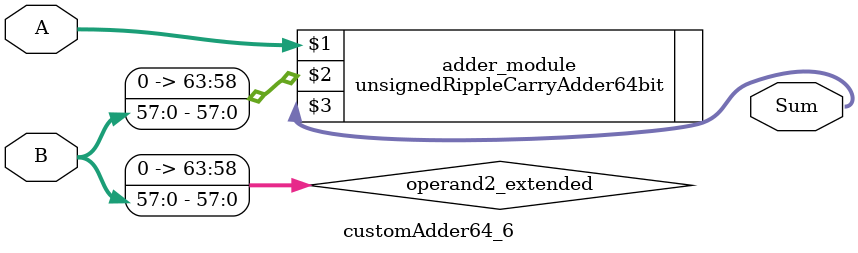
<source format=v>
module customAdder64_6(
                        input [63 : 0] A,
                        input [57 : 0] B,
                        
                        output [64 : 0] Sum
                );

        wire [63 : 0] operand2_extended;
        
        assign operand2_extended =  {6'b0, B};
        
        unsignedRippleCarryAdder64bit adder_module(
            A,
            operand2_extended,
            Sum
        );
        
        endmodule
        
</source>
